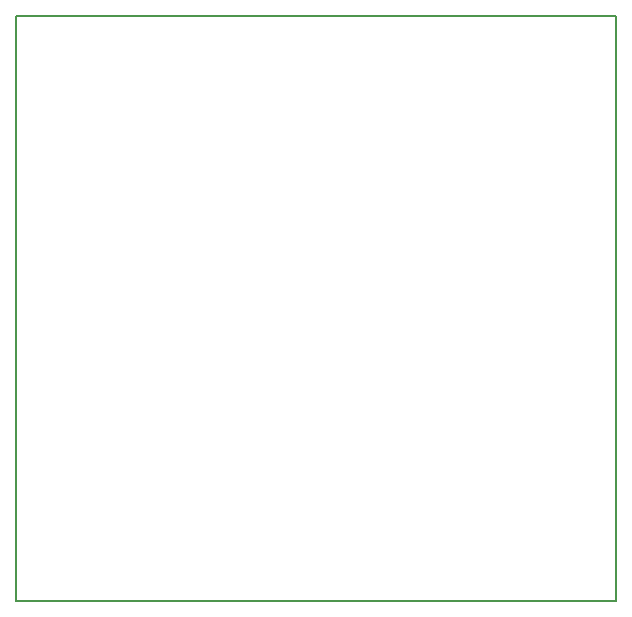
<source format=gbr>
G04 #@! TF.FileFunction,Profile,NP*
%FSLAX46Y46*%
G04 Gerber Fmt 4.6, Leading zero omitted, Abs format (unit mm)*
G04 Created by KiCad (PCBNEW (2014-12-04 BZR 5312)-product) date 9.1.2015 14:21:54*
%MOMM*%
G01*
G04 APERTURE LIST*
%ADD10C,0.100000*%
%ADD11C,0.200000*%
G04 APERTURE END LIST*
D10*
D11*
X54610000Y-40640000D02*
X54610000Y-90170000D01*
X105410000Y-90170000D02*
X105410000Y-40640000D01*
X105410000Y-40640000D02*
X54610000Y-40640000D01*
X54610000Y-90170000D02*
X105410000Y-90170000D01*
M02*

</source>
